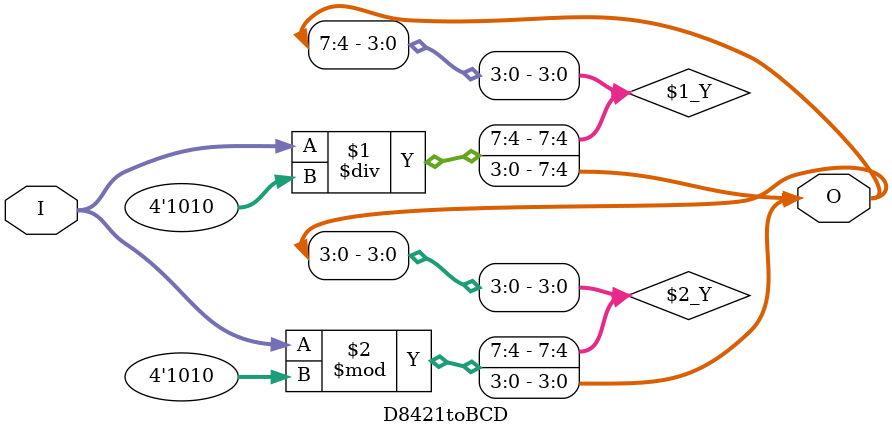
<source format=v>
module Main (
    input clk,rst_n,
    
    input btnMain,btnSwitch,
    input [15:0] key,//键盘按键
    output [127:0] matrixData,
    output [31:0] numbersData
);
    localparam Perpare = 2'h1;
    localparam Gaming = 2'h2;
    localparam EndTimeOut = 2'h0;
    localparam EndWin = 2'h3;
    reg [1:0] gameState=Perpare;

    reg [7:0] gameTime,score;
    wire clk1Hz;//分频时钟,1Hz 50%
    DivideClk u_DivideClk(clk,1'b1,clk1Hz);//分频器

    //游戏状态机时钟,分频降低速度,避免冒险
    wire clk1k;//分频时钟,1k Hz 50%
    DivideClk#(.M(1_000),.N(500)) u2_DivideClk(clk,1'b1,clk1k);
    //主游戏状态机
    always @(posedge clk1k) begin
        if(!rst_n)gameState<=Perpare;
        else begin
            gameState <= gameState;
            case (gameState)
                Perpare: if(btnMain&&gameTime==8'd59)gameState<=Gaming;//增加时间判断,确保各项参数初始化完成,游戏状态稳定
                Gaming: begin 
                    if(gameTime==0)
                        gameState<=EndTimeOut;
                    else if(score>=19)
                        gameState<=EndWin;
                end
                EndTimeOut,EndWin: if(btnMain)gameState<=Perpare;
            endcase
        end
    end

    //数码管显示控制区
    wire [7:0] gameTimeBCD,scoreBCD;//BCD表示数
    D8421toBCD d1(gameTime,gameTimeBCD),d2(score,scoreBCD);
    wire [7:0] gameTimeShow = (gameState==EndTimeOut & clk1Hz)?8'hff:gameTimeBCD;
    wire [7:0] scoreShow = (gameState==EndWin & clk1Hz)?8'hff:scoreBCD;
    assign numbersData = {gameTimeShow,16'hffff,scoreShow};
    //游戏时间计数器
    always @(negedge clk1Hz)begin
        case (gameState)
            Perpare: gameTime<=8'd59;
            Gaming: gameTime<=gameTime-1'd1;
            EndTimeOut: gameTime<=1'd0;
            EndWin: gameTime<=gameTime;
        endcase
    end
    //M序列发生器产生随机数
    reg [7:0] random=8'b1;
    always @(posedge clk) begin
        if(!rst_n)random=8'b1;
        else random = {random[6:0],random[7]^random[0]};
    end

    //游戏主体逻辑处理
    reg [3:0] pos;
    reg [1:0] color;//颜色RG,同时代表分数
    reg waitBoom;//中间间隔
    wire finishBoom;

    wire timeout1s;//1s延时时钟
    DivideClk#(.N(1_000_000)) u3_DivideClk(clk,(gameState==Gaming)&&(~waitBoom),timeout1s);//1s延时器
    GameMatrixDisplay u_GameMatrixDisplay(clk,gameState==Gaming,pos,color,waitBoom,finishBoom,matrixData);//游戏点阵控制器

    //获取下一个坐标点
    wire clockNext = timeout1s | finishBoom;//解决10237问题
    always@(posedge clockNext)begin
        pos <= random[7:4];
        color[1] <= random[1];//取随机数
        color[0] <= ~random[1] | random[0]; //保证不均为0
    end

    //按键检测及得分控制
    wire [15:0] correctKey = (16'b1)<<pos;
    always @(posedge clk) begin
        if(gameState==Perpare)score <=0;
        if(gameState==Gaming)begin
            if(finishBoom) waitBoom = 1'b0;
            else if(!waitBoom)begin
                if((key&correctKey)&&~(key^correctKey))begin//当前仅按下正确的按键
                    waitBoom = 1'b1;
                    score <= score+color;
                end
            end
        end else waitBoom = 1'b0;
    end
endmodule

module D8421toBCD (
    input [7:0] I,
    output [7:0] O
);
    assign O[7:4] = I / 4'd10;
    assign O[3:0] = I % 4'd10;
endmodule
</source>
